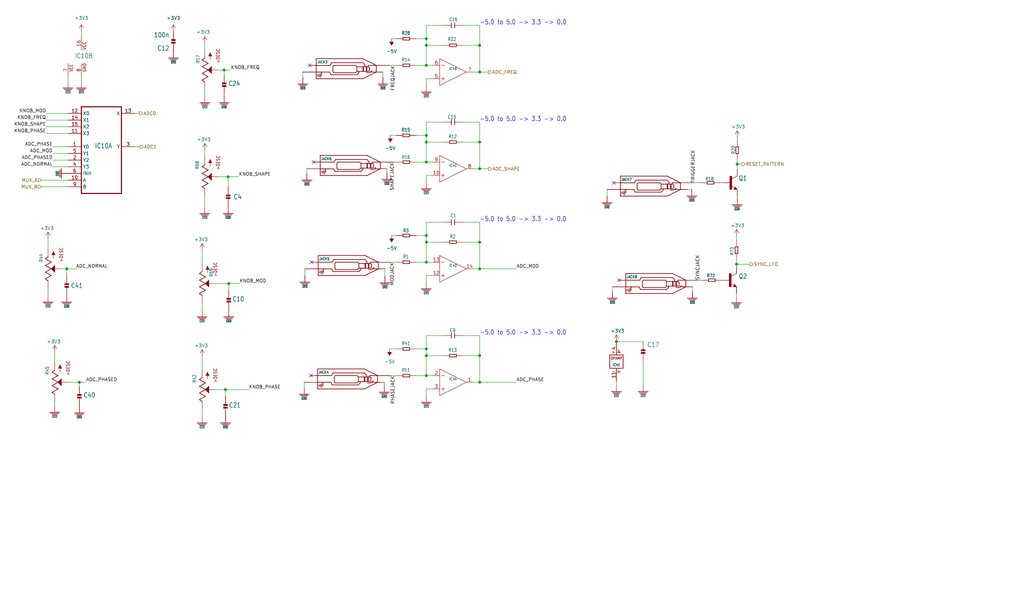
<source format=kicad_sch>
(kicad_sch (version 20211123) (generator eeschema)
  (paper "User" 389.865 229.616)
  (lib_symbols
    (symbol "TINRS - Wobbler (pico)sch-eagle-import:-NPN-SOT23-BEC"
      (property "Reference" "T" (at -10.16 7.62 0))
      (property "Value" "-NPN-SOT23-BEC" (at -10.16 5.08 0))
      (symbol "-NPN-SOT23-BEC_1_0"
        (pin passive line (at -2.54 0 0) (length 2.54) (name "B") (number "B"))
        (pin passive line (at 2.54 5.08 270) (length 2.54) (name "C") (number "C"))
        (pin passive line (at 2.54 -5.08 90) (length 2.54) (name "E") (number "E"))
      )
    )
    (symbol "TINRS - Wobbler (pico)sch-eagle-import:4052D"
      (property "Reference" "IC" (at -2.54 -0.635 0))
      (symbol "4052D_1_0"
        (pin bidirectional line (at -12.7 0 0) (length 5.08) (name "Y0") (number "1"))
        (pin input line (at -12.7 -12.7 0) (length 5.08) (name "A") (number "10"))
        (pin bidirectional line (at -12.7 5.08 0) (length 5.08) (name "X3") (number "11"))
        (pin bidirectional line (at -12.7 12.7 0) (length 5.08) (name "X0") (number "12"))
        (pin bidirectional line (at 12.7 12.7 180) (length 5.08) (name "X") (number "13"))
        (pin bidirectional line (at -12.7 10.16 0) (length 5.08) (name "X1") (number "14"))
        (pin bidirectional line (at -12.7 7.62 0) (length 5.08) (name "X2") (number "15"))
        (pin bidirectional line (at -12.7 -5.08 0) (length 5.08) (name "Y2") (number "2"))
        (pin bidirectional line (at 12.7 0 180) (length 5.08) (name "Y") (number "3"))
        (pin bidirectional line (at -12.7 -7.62 0) (length 5.08) (name "Y3") (number "4"))
        (pin bidirectional line (at -12.7 -2.54 0) (length 5.08) (name "Y1") (number "5"))
        (pin input line (at -12.7 -10.16 0) (length 5.08) (name "INH") (number "6"))
        (pin input line (at -12.7 -15.24 0) (length 5.08) (name "B") (number "9"))
      )
      (symbol "4052D_2_0"
        (text "GND" (at 1.905 -5.842 900) (effects (font (size 1.27 1.0795)) (justify left bottom)))
        (text "VCC" (at 1.905 2.54 900) (effects (font (size 1.27 1.0795)) (justify left bottom)))
        (text "VEE" (at -3.175 -5.842 900) (effects (font (size 1.27 1.0795)) (justify left bottom)))
        (pin power_in line (at 0 7.62 270) (length 5.08) (name "VCC") (number "16"))
        (pin power_in line (at -5.08 -7.62 90) (length 5.08) (name "VEE") (number "7"))
        (pin power_in line (at 0 -7.62 90) (length 5.08) (name "GND") (number "8"))
      )
    )
    (symbol "TINRS - Wobbler (pico)sch-eagle-import:AUDIO-JACK_SMALLSYMBOL"
      (property "Reference" "JACK" (at -1.27 -9.906 90))
      (symbol "AUDIO-JACK_SMALLSYMBOL_1_0"
        (pin bidirectional line (at 2.54 -15.24 90) (length 5.08) (name "RING") (number "RING"))
        (pin bidirectional line (at 0 -12.7 90) (length 2.54) (name "SECOND") (number "SECOND"))
        (pin bidirectional line (at 2.54 15.24 270) (length 2.54) (name "SWITCH") (number "SWITCH"))
        (pin bidirectional line (at 0 17.78 270) (length 5.08) (name "TIP") (number "TIP"))
      )
    )
    (symbol "TINRS - Wobbler (pico)sch-eagle-import:C-0603"
      (property "Reference" "C" (at -3.81 0 0))
      (property "Value" "C-0603" (at 0 0 0))
      (symbol "C-0603_1_0"
        (pin passive line (at -3.81 0 0) (length 2.54) (name "1") (number "1"))
        (pin passive line (at 3.81 0 180) (length 2.54) (name "2") (number "2"))
      )
    )
    (symbol "TINRS - Wobbler (pico)sch-eagle-import:C-EUC0402"
      (property "Reference" "C" (at 1.524 0.381 0))
      (property "Value" "C-EUC0402" (at 1.524 -4.699 0))
      (symbol "C-EUC0402_1_0"
        (pin passive line (at 0 2.54 270) (length 2.54) (name "1") (number "1"))
        (pin passive line (at 0 -5.08 90) (length 2.54) (name "2") (number "2"))
      )
    )
    (symbol "TINRS - Wobbler (pico)sch-eagle-import:GND" (power)
      (property "Value" "GND" (at 0 -1.27 0))
      (symbol "GND_1_0"
        (pin power_in line (at 0 2.54 270) (length 2.54) (name "GND") (number "1"))
      )
    )
    (symbol "TINRS - Wobbler (pico)sch-eagle-import:MCP6004"
      (property "Reference" "IC" (at 0 -1.27 0))
      (symbol "MCP6004_1_0"
        (pin output line (at 7.62 0 180) (length 2.54) (name "OUT") (number "1"))
        (pin input line (at -7.62 -2.54 0) (length 2.54) (name "-IN") (number "2"))
        (pin input line (at -7.62 2.54 0) (length 2.54) (name "+IN") (number "3"))
      )
      (symbol "MCP6004_2_0"
        (pin input line (at -7.62 2.54 0) (length 2.54) (name "+IN") (number "5"))
        (pin input line (at -7.62 -2.54 0) (length 2.54) (name "-IN") (number "6"))
        (pin output line (at 7.62 0 180) (length 2.54) (name "OUT") (number "7"))
      )
      (symbol "MCP6004_3_0"
        (pin input line (at -7.62 2.54 0) (length 2.54) (name "+IN") (number "10"))
        (pin output line (at 7.62 0 180) (length 2.54) (name "OUT") (number "8"))
        (pin input line (at -7.62 -2.54 0) (length 2.54) (name "-IN") (number "9"))
      )
      (symbol "MCP6004_4_0"
        (pin input line (at -7.62 2.54 0) (length 2.54) (name "+IN") (number "12"))
        (pin input line (at -7.62 -2.54 0) (length 2.54) (name "-IN") (number "13"))
        (pin output line (at 7.62 0 180) (length 2.54) (name "OUT") (number "14"))
      )
      (symbol "MCP6004_5_0"
        (text "+" (at -1.905 4.445 0) (effects (font (size 1.27 1.0795)) (justify left top)))
        (text "+" (at 1.905 4.445 0) (effects (font (size 1.27 1.0795)) (justify right top)))
        (text "-" (at -1.905 -4.445 0) (effects (font (size 1.27 1.0795)) (justify left bottom)))
        (text "-" (at 1.905 -4.445 0) (effects (font (size 1.27 1.0795)) (justify right bottom)))
        (text "OPAMP" (at 0 1.27 0) (effects (font (size 1.016 0.8636))))
        (text "V+" (at 1.27 3.175 900) (effects (font (size 0.8128 0.6908)) (justify left bottom)))
        (text "V-" (at 1.27 -4.445 900) (effects (font (size 0.8128 0.6908)) (justify left bottom)))
        (pin power_in line (at 0 -7.62 90) (length 5.08) (name "V-") (number "11"))
        (pin power_in line (at 0 7.62 270) (length 5.08) (name "V+") (number "4"))
      )
    )
    (symbol "TINRS - Wobbler (pico)sch-eagle-import:POTSQUAREHOLE_SMALLKNOB"
      (property "Reference" "P" (at 2.794 -2.54 90))
      (property "Value" "POTSQUAREHOLE_SMALLKNOB" (at -1.397 0 90))
      (symbol "POTSQUAREHOLE_SMALLKNOB_1_0"
        (text ">DESC" (at 4.318 -2.54 900) (effects (font (size 1.27 1.0795)) (justify right top)))
        (pin passive line (at 0 7.62 270) (length 2.54) (name "E") (number "P$1"))
        (pin passive line (at 5.08 0 180) (length 2.54) (name "S") (number "P$2"))
        (pin passive line (at 0 -7.62 90) (length 2.54) (name "A") (number "P$3"))
      )
    )
    (symbol "TINRS - Wobbler (pico)sch-eagle-import:R-0603"
      (property "Reference" "R" (at -3.81 0 0))
      (property "Value" "R-0603" (at 2.54 0 0))
      (symbol "R-0603_1_0"
        (pin passive line (at -3.81 0 0) (length 2.54) (name "1") (number "1"))
        (pin passive line (at 3.81 0 180) (length 2.54) (name "2") (number "2"))
      )
    )
    (symbol "power:+3.3V" (power) (pin_names (offset 0))
      (property "Value" "+3.3V" (at 0 3.556 0))
      (symbol "+3.3V_1_1"
        (pin power_in line (at 0 0 90) (length 0) hide (name "+3V3") (number "1"))
      )
    )
    (symbol "power:-5V" (power) (pin_names (offset 0))
      (property "Value" "-5V" (at 0 3.81 0))
      (symbol "-5V_0_0"
        (pin power_in line (at 0 0 90) (length 0) hide (name "-5V") (number "1"))
      )
    )
  )
  (junction (at 162.306 51.562))
  (junction (at 182.626 54.102))
  (junction (at 30.226 145.542))
  (junction (at 85.344 26.67))
  (junction (at 162.306 92.202))
  (junction (at 162.306 14.732))
  (junction (at 162.306 143.002))
  (junction (at 280.67 62.484))
  (junction (at 182.626 135.382))
  (junction (at 162.306 24.892))
  (junction (at 85.852 148.336))
  (junction (at 25.4 102.362))
  (junction (at 182.626 102.362))
  (junction (at 87.122 107.95))
  (junction (at 162.306 89.662))
  (junction (at 182.626 27.432))
  (junction (at 182.626 17.272))
  (junction (at 182.626 64.262))
  (junction (at 162.306 132.842))
  (junction (at 162.306 54.102))
  (junction (at 86.868 67.31))
  (junction (at 182.626 145.542))
  (junction (at 234.696 130.048))
  (junction (at 162.306 99.822))
  (junction (at 182.626 92.202))
  (junction (at 162.306 17.272))
  (junction (at 162.306 135.382))
  (junction (at 280.416 100.584))
  (junction (at 162.306 61.722))
  (no_connect (at 119.38 61.722))
  (no_connect (at 117.856 24.892))
  (no_connect (at 118.618 99.822))
  (no_connect (at 118.364 143.002))
  (no_connect (at 233.68 69.596))
  (no_connect (at 235.712 106.68))
  (wire (pts (xy 150.876 99.822) (xy 149.098 99.822)))
  (wire (pts (xy 158.496 51.562) (xy 162.306 51.562)))
  (wire (pts (xy 263.652 109.22) (xy 263.652 110.998)))
  (wire (pts (xy 168.656 17.272) (xy 162.306 17.272)))
  (wire (pts (xy 158.496 61.722) (xy 162.306 61.722)))
  (wire (pts (xy 116.078 104.902) (xy 116.078 102.362)))
  (wire (pts (xy 274.32 69.596) (xy 275.59 69.596)))
  (wire (pts (xy 20.828 134.112) (xy 20.828 137.922)))
  (wire (pts (xy 162.306 17.272) (xy 162.306 24.892)))
  (wire (pts (xy 23.368 102.362) (xy 25.4 102.362)))
  (wire (pts (xy 182.626 46.482) (xy 182.626 54.102)))
  (wire (pts (xy 176.276 17.272) (xy 182.626 17.272)))
  (wire (pts (xy 116.84 66.04) (xy 116.84 64.262)))
  (wire (pts (xy 180.086 64.262) (xy 182.626 64.262)))
  (wire (pts (xy 182.626 64.262) (xy 185.928 64.262)))
  (wire (pts (xy 162.306 14.732) (xy 162.306 17.272)))
  (wire (pts (xy 244.856 130.048) (xy 234.696 130.048)))
  (wire (pts (xy 162.306 135.382) (xy 162.306 143.002)))
  (wire (pts (xy 176.276 92.202) (xy 182.626 92.202)))
  (wire (pts (xy 25.908 43.18) (xy 17.526 43.18)))
  (wire (pts (xy 30.226 147.066) (xy 30.226 145.542)))
  (wire (pts (xy 148.336 24.892) (xy 150.876 24.892)))
  (wire (pts (xy 182.626 84.582) (xy 182.626 92.202)))
  (wire (pts (xy 25.908 48.26) (xy 17.526 48.26)))
  (wire (pts (xy 25.4 102.362) (xy 28.956 102.362)))
  (wire (pts (xy 162.306 127.762) (xy 162.306 132.842)))
  (wire (pts (xy 164.846 148.082) (xy 162.306 148.082)))
  (wire (pts (xy 76.962 118.11) (xy 76.962 115.57)))
  (wire (pts (xy 25.908 71.12) (xy 15.748 71.12)))
  (wire (pts (xy 162.306 54.102) (xy 162.306 61.722)))
  (wire (pts (xy 25.908 55.88) (xy 20.066 55.88)))
  (wire (pts (xy 168.656 92.202) (xy 162.306 92.202)))
  (wire (pts (xy 86.868 67.31) (xy 90.932 67.31)))
  (wire (pts (xy 20.828 154.432) (xy 20.828 153.162)))
  (wire (pts (xy 86.868 71.12) (xy 86.868 67.31)))
  (wire (pts (xy 176.276 84.582) (xy 182.626 84.582)))
  (wire (pts (xy 87.122 110.49) (xy 87.122 107.95)))
  (wire (pts (xy 148.59 51.562) (xy 150.876 51.562)))
  (wire (pts (xy 182.626 17.272) (xy 182.626 27.432)))
  (wire (pts (xy 149.098 14.732) (xy 150.876 14.732)))
  (wire (pts (xy 162.306 24.892) (xy 164.846 24.892)))
  (wire (pts (xy 182.626 27.432) (xy 185.928 27.432)))
  (wire (pts (xy 146.558 102.362) (xy 146.558 105.156)))
  (wire (pts (xy 30.988 30.988) (xy 30.988 29.21)))
  (wire (pts (xy 76.962 158.496) (xy 76.962 155.956)))
  (wire (pts (xy 25.908 145.542) (xy 30.226 145.542)))
  (wire (pts (xy 87.122 107.95) (xy 91.186 107.95)))
  (wire (pts (xy 83.058 26.67) (xy 85.344 26.67)))
  (wire (pts (xy 168.656 9.652) (xy 162.306 9.652)))
  (wire (pts (xy 149.098 89.662) (xy 150.876 89.662)))
  (wire (pts (xy 280.67 62.484) (xy 280.67 60.96)))
  (wire (pts (xy 158.496 143.002) (xy 162.306 143.002)))
  (wire (pts (xy 25.908 58.42) (xy 20.066 58.42)))
  (wire (pts (xy 85.344 36.576) (xy 85.344 36.068)))
  (wire (pts (xy 280.416 100.584) (xy 280.416 101.6)))
  (wire (pts (xy 266.7 69.596) (xy 264.16 69.596)))
  (wire (pts (xy 162.306 132.842) (xy 162.306 135.382)))
  (wire (pts (xy 162.306 29.972) (xy 164.846 29.972)))
  (wire (pts (xy 162.306 99.822) (xy 164.846 99.822)))
  (wire (pts (xy 145.796 29.464) (xy 145.796 27.432)))
  (wire (pts (xy 162.306 92.202) (xy 162.306 99.822)))
  (wire (pts (xy 150.876 143.002) (xy 148.844 143.002)))
  (wire (pts (xy 168.656 135.382) (xy 162.306 135.382)))
  (wire (pts (xy 244.856 137.668) (xy 244.856 146.558)))
  (wire (pts (xy 274.828 106.68) (xy 275.336 106.68)))
  (wire (pts (xy 18.288 90.932) (xy 18.288 94.742)))
  (wire (pts (xy 231.14 72.136) (xy 231.14 74.676)))
  (wire (pts (xy 83.058 67.31) (xy 86.868 67.31)))
  (wire (pts (xy 158.496 132.842) (xy 162.306 132.842)))
  (wire (pts (xy 168.656 46.482) (xy 162.306 46.482)))
  (wire (pts (xy 18.288 112.522) (xy 18.288 109.982)))
  (wire (pts (xy 25.908 63.5) (xy 20.066 63.5)))
  (wire (pts (xy 162.306 9.652) (xy 162.306 14.732)))
  (wire (pts (xy 158.496 14.732) (xy 162.306 14.732)))
  (wire (pts (xy 162.306 84.582) (xy 162.306 89.662)))
  (wire (pts (xy 30.988 11.938) (xy 30.988 13.97)))
  (wire (pts (xy 176.276 54.102) (xy 182.626 54.102)))
  (wire (pts (xy 115.316 29.464) (xy 115.316 27.432)))
  (wire (pts (xy 25.908 50.8) (xy 17.526 50.8)))
  (wire (pts (xy 182.626 145.542) (xy 196.596 145.542)))
  (wire (pts (xy 280.67 53.34) (xy 280.67 52.324)))
  (wire (pts (xy 162.306 143.002) (xy 164.846 143.002)))
  (wire (pts (xy 85.344 28.448) (xy 85.344 26.67)))
  (wire (pts (xy 234.696 146.558) (xy 234.696 145.288)))
  (wire (pts (xy 25.4 104.902) (xy 25.4 102.362)))
  (wire (pts (xy 162.306 148.082) (xy 162.306 150.622)))
  (wire (pts (xy 158.496 24.892) (xy 162.306 24.892)))
  (wire (pts (xy 149.86 61.722) (xy 150.876 61.722)))
  (wire (pts (xy 77.978 36.576) (xy 77.978 34.29)))
  (wire (pts (xy 162.306 61.722) (xy 164.846 61.722)))
  (wire (pts (xy 162.306 51.562) (xy 162.306 54.102)))
  (wire (pts (xy 168.656 54.102) (xy 162.306 54.102)))
  (wire (pts (xy 158.496 99.822) (xy 162.306 99.822)))
  (wire (pts (xy 147.32 64.262) (xy 147.32 65.786)))
  (wire (pts (xy 267.208 106.68) (xy 266.192 106.68)))
  (wire (pts (xy 25.908 60.96) (xy 20.066 60.96)))
  (wire (pts (xy 176.276 127.762) (xy 182.626 127.762)))
  (wire (pts (xy 280.416 111.76) (xy 280.416 112.776)))
  (wire (pts (xy 85.852 150.876) (xy 85.852 148.336)))
  (wire (pts (xy 77.978 57.15) (xy 77.978 59.69)))
  (wire (pts (xy 162.306 29.972) (xy 162.306 32.512)))
  (wire (pts (xy 51.308 43.18) (xy 53.086 43.18)))
  (wire (pts (xy 176.276 135.382) (xy 182.626 135.382)))
  (wire (pts (xy 146.304 145.542) (xy 146.304 146.812)))
  (wire (pts (xy 158.496 89.662) (xy 162.306 89.662)))
  (wire (pts (xy 280.67 62.484) (xy 282.448 62.484)))
  (wire (pts (xy 182.626 135.382) (xy 182.626 145.542)))
  (wire (pts (xy 76.962 95.25) (xy 76.962 100.33)))
  (wire (pts (xy 25.908 68.58) (xy 15.748 68.58)))
  (wire (pts (xy 82.042 107.95) (xy 87.122 107.95)))
  (wire (pts (xy 182.626 102.362) (xy 196.596 102.362)))
  (wire (pts (xy 51.308 55.88) (xy 53.34 55.88)))
  (wire (pts (xy 162.306 46.482) (xy 162.306 51.562)))
  (wire (pts (xy 180.086 27.432) (xy 182.626 27.432)))
  (wire (pts (xy 115.824 147.574) (xy 115.824 145.542)))
  (wire (pts (xy 182.626 127.762) (xy 182.626 135.382)))
  (wire (pts (xy 261.62 72.136) (xy 263.398 72.136)))
  (wire (pts (xy 176.276 9.652) (xy 182.626 9.652)))
  (wire (pts (xy 25.908 45.72) (xy 17.526 45.72)))
  (wire (pts (xy 233.172 109.22) (xy 233.172 110.998)))
  (wire (pts (xy 30.226 145.542) (xy 32.766 145.542)))
  (wire (pts (xy 280.67 74.676) (xy 280.67 75.438)))
  (wire (pts (xy 162.306 66.802) (xy 164.846 66.802)))
  (wire (pts (xy 162.306 66.802) (xy 162.306 69.342)))
  (wire (pts (xy 176.276 46.482) (xy 182.626 46.482)))
  (wire (pts (xy 182.626 92.202) (xy 182.626 102.362)))
  (wire (pts (xy 82.042 148.336) (xy 85.852 148.336)))
  (wire (pts (xy 182.626 102.362) (xy 180.086 102.362)))
  (wire (pts (xy 182.626 54.102) (xy 182.626 64.262)))
  (wire (pts (xy 77.978 16.51) (xy 77.978 19.05)))
  (wire (pts (xy 168.656 84.582) (xy 162.306 84.582)))
  (wire (pts (xy 182.626 145.542) (xy 180.086 145.542)))
  (wire (pts (xy 280.416 100.584) (xy 285.496 100.584)))
  (wire (pts (xy 85.344 26.67) (xy 87.884 26.67)))
  (wire (pts (xy 182.626 9.652) (xy 182.626 17.272)))
  (wire (pts (xy 85.852 148.336) (xy 94.742 148.336)))
  (wire (pts (xy 25.908 30.988) (xy 25.908 29.21)))
  (wire (pts (xy 164.846 104.902) (xy 162.306 104.902)))
  (wire (pts (xy 280.67 64.516) (xy 280.67 62.484)))
  (wire (pts (xy 168.656 127.762) (xy 162.306 127.762)))
  (wire (pts (xy 162.306 104.902) (xy 162.306 107.442)))
  (wire (pts (xy 148.336 132.842) (xy 150.876 132.842)))
  (wire (pts (xy 76.962 135.636) (xy 76.962 140.716)))
  (wire (pts (xy 162.306 89.662) (xy 162.306 92.202)))
  (wire (pts (xy 280.416 91.44) (xy 280.416 89.916)))
  (wire (pts (xy 280.416 100.584) (xy 280.416 99.06)))
  (wire (pts (xy 77.978 78.74) (xy 77.978 74.93)))
  (text "-5.0 to 5.0 -> 3.3 -> 0.0" (at 182.626 9.652 180) (effects (font (size 1.778 1.5113)) (justify left bottom)))
  (text "-5.0 to 5.0 -> 3.3 -> 0.0" (at 182.626 84.582 180) (effects (font (size 1.778 1.5113)) (justify left bottom)))
  (text "-5.0 to 5.0 -> 3.3 -> 0.0" (at 182.626 46.482 180) (effects (font (size 1.778 1.5113)) (justify left bottom)))
  (text "-5.0 to 5.0 -> 3.3 -> 0.0" (at 182.626 127.762 180) (effects (font (size 1.778 1.5113)) (justify left bottom)))
  (label "KNOB_PHASE" (at 17.526 50.8 180) (effects (font (size 1.2446 1.2446))))
  (label "KNOB_PHASE" (at 94.742 148.336 0) (effects (font (size 1.2446 1.2446))))
  (label "KNOB_SHAPE" (at 90.932 67.31 0) (effects (font (size 1.2446 1.2446))))
  (label "FREQJACK" (at 150.622 24.892 270))
  (label "ADC_NORMAL" (at 20.066 63.5 180) (effects (font (size 1.2446 1.2446))))
  (label "PHASEJACK" (at 150.622 143.002 270))
  (label "SYNCJACK" (at 266.7 106.68 90))
  (label "ADC_PHASED" (at 20.066 60.96 180) (effects (font (size 1.2446 1.2446))))
  (label "MODJACK" (at 150.368 99.822 270))
  (label "ADC_PHASED" (at 32.766 145.542 0) (effects (font (size 1.2446 1.2446))))
  (label "KNOB_MOD" (at 17.526 43.18 180) (effects (font (size 1.2446 1.2446))))
  (label "ADC_MOD" (at 20.066 58.42 180) (effects (font (size 1.2446 1.2446))))
  (label "KNOB_SHAPE" (at 17.526 48.26 180) (effects (font (size 1.2446 1.2446))))
  (label "ADC_MOD" (at 196.596 102.362 0) (effects (font (size 1.2446 1.2446))))
  (label "KNOB_FREQ" (at 17.526 45.72 180) (effects (font (size 1.2446 1.2446))))
  (label "ADC_PHASE" (at 196.596 145.542 0) (effects (font (size 1.2446 1.2446))))
  (label "TRIGGERJACK" (at 264.922 69.596 90))
  (label "KNOB_MOD" (at 91.186 107.95 0) (effects (font (size 1.2446 1.2446))))
  (label "ADC_NORMAL" (at 28.956 102.362 0) (effects (font (size 1.2446 1.2446))))
  (label "KNOB_FREQ" (at 87.884 26.67 0) (effects (font (size 1.2446 1.2446))))
  (label "ADC_PHASE" (at 20.066 55.88 180) (effects (font (size 1.2446 1.2446))))
  (label "SHAPEJACK" (at 150.368 61.722 270))
  (hierarchical_label "MUX_A" (shape input) (at 15.748 68.58 180) (effects (font (size 1.2446 1.2446))))
  (hierarchical_label "SYNC_LFO" (shape output) (at 285.496 100.584 0) (effects (font (size 1.2446 1.2446))))
  (hierarchical_label "RESET_PATTERN" (shape output) (at 282.448 62.484 0) (effects (font (size 1.2446 1.2446))))
  (hierarchical_label "ADC_SHAPE" (shape output) (at 185.928 64.262 0) (effects (font (size 1.2446 1.2446))))
  (hierarchical_label "ADC_FREQ" (shape output) (at 185.928 27.432 0) (effects (font (size 1.2446 1.2446))))
  (hierarchical_label "ADC0" (shape output) (at 53.086 43.18 0) (effects (font (size 1.2446 1.2446))))
  (hierarchical_label "MUX_B" (shape input) (at 15.748 71.12 180) (effects (font (size 1.2446 1.2446))))
  (hierarchical_label "ADC1" (shape output) (at 53.34 55.88 0) (effects (font (size 1.2446 1.2446))))
  (symbol (lib_id "TINRS - Wobbler (pico)sch-eagle-import:GND") (at 147.32 68.326 0) (unit 1)
    (property "Reference" "#GND0135" (effects hide))
    (property "Value" "GND" (at 147.32 69.596 0) (effects (font (size 0.762 0.6477)) (justify top)))
  )
  (symbol (lib_id "TINRS - Wobbler (pico)sch-eagle-import:GND") (at 162.306 71.882 0) (unit 1)
    (property "Reference" "#GND03" (effects hide))
    (property "Value" "GND" (at 162.306 73.152 0) (effects (font (size 0.762 0.6477)) (justify top)))
  )
  (symbol (lib_id "TINRS - Wobbler (pico)sch-eagle-import:GND") (at 25.4 115.062 0) (unit 1)
    (property "Reference" "#GND022" (effects hide))
    (property "Value" "GND" (at 25.4 116.332 0) (effects (font (size 0.762 0.6477)) (justify top)))
  )
  (symbol (lib_id "power:-5V") (at 148.336 132.842 180) (unit 1)
    (property "Reference" "#PWR0115" (effects hide))
    (property "Value" "-5V" (at 148.336 137.668 0))
  )
  (symbol (lib_id "TINRS - Wobbler (pico)sch-eagle-import:-NPN-SOT23-BEC") (at 277.876 106.68 0) (unit 1)
    (property "Reference" "Q2" (at 281.178 106.172 0) (effects (font (size 1.778 1.5113)) (justify left bottom)))
    (property "Value" "MMBT3904" (at 281.178 109.22 0) (effects (font (size 1.778 1.5113)) (justify left bottom)))
    (property "Footprint" "TINRS - Wobbler (pico)sch:SOT23-BEC" (effects hide))
    (property "Value" "2336795" (effects hide))
  )
  (symbol (lib_id "TINRS - Wobbler (pico)sch-eagle-import:MCP6004") (at 172.466 64.262 0) (mirror x) (unit 3)
    (property "Reference" "IC4" (at 172.466 62.992 0) (effects (font (size 1.016 0.8636))))
    (property "Value" "MCP6004" (effects hide))
    (property "Footprint" "SO14" (effects hide))
    (property "Value" "1605572" (effects hide))
  )
  (symbol (lib_id "TINRS - Wobbler (pico)sch-eagle-import:GND") (at 263.398 74.676 0) (unit 1)
    (property "Reference" "#GND0141" (effects hide))
    (property "Value" "GND" (at 263.398 75.946 0) (effects (font (size 0.762 0.6477)) (justify top)))
  )
  (symbol (lib_id "TINRS - Wobbler (pico)sch-eagle-import:R-0603") (at 154.686 61.722 180) (unit 1)
    (property "Reference" "R16" (at 156.21 59.182 0) (effects (font (size 1.27 1.0795)) (justify left bottom)))
    (property "Value" "100k" (at 156.972 62.484 0) (effects (font (size 1.27 1.0795)) (justify left bottom)))
    (property "Footprint" "R0603" (effects hide))
    (property "Value" "unknown" (effects hide))
  )
  (symbol (lib_id "TINRS - Wobbler (pico)sch-eagle-import:GND") (at 20.828 156.972 0) (mirror y) (unit 1)
    (property "Reference" "#GND050" (effects hide))
    (property "Value" "GND" (at 20.828 158.242 0) (effects (font (size 0.762 0.6477)) (justify top)))
  )
  (symbol (lib_id "TINRS - Wobbler (pico)sch-eagle-import:GND") (at 23.368 66.04 270) (unit 1)
    (property "Reference" "#GND0117" (effects hide))
    (property "Value" "GND" (at 22.098 66.04 0) (effects (font (size 0.762 0.6477)) (justify top)))
  )
  (symbol (lib_id "TINRS - Wobbler (pico)sch-eagle-import:MCP6004") (at 172.466 102.362 0) (mirror x) (unit 4)
    (property "Reference" "IC4" (at 172.466 101.092 0) (effects (font (size 1.016 0.8636))))
    (property "Value" "MCP6004" (effects hide))
    (property "Footprint" "SO14" (effects hide))
    (property "Value" "1605572" (effects hide))
  )
  (symbol (lib_id "power:-5V") (at 149.098 14.732 180) (unit 1)
    (property "Reference" "#PWR0107" (effects hide))
    (property "Value" "-5V" (at 149.098 19.558 0))
  )
  (symbol (lib_id "TINRS - Wobbler (pico)sch-eagle-import:GND") (at 244.856 149.098 0) (unit 1)
    (property "Reference" "#GND091" (effects hide))
    (property "Value" "GND" (at 244.856 150.368 0) (effects (font (size 0.762 0.6477)) (justify top)))
  )
  (symbol (lib_id "TINRS - Wobbler (pico)sch-eagle-import:R-0603") (at 154.686 14.732 180) (unit 1)
    (property "Reference" "R28" (at 156.21 11.938 0) (effects (font (size 1.27 1.0795)) (justify left bottom)))
    (property "Value" "100k" (at 156.464 15.748 0) (effects (font (size 1.27 1.0795)) (justify left bottom)))
    (property "Footprint" "R0603" (effects hide))
    (property "Value" "unknown" (effects hide))
  )
  (symbol (lib_id "TINRS - Wobbler (pico)sch-eagle-import:POTSQUAREHOLE_SMALLKNOB") (at 77.978 67.31 0) (mirror x) (unit 1)
    (property "Reference" "R68" (at 74.422 64.516 90) (effects (font (size 1.27 1.0795)) (justify right top)))
    (property "Value" "10kB" (at 76.581 67.31 90) (effects (font (size 1.27 1.0795)) (justify bottom)))
    (property "Footprint" "ALPS_POT_SQUAREHOLES" (effects hide))
    (property "Value" "unknown" (effects hide))
  )
  (symbol (lib_id "TINRS - Wobbler (pico)sch-eagle-import:4052D") (at 38.608 55.88 0) (unit 1)
    (property "Reference" "IC10" (at 36.068 56.515 0) (effects (font (size 1.778 1.5113)) (justify left bottom)))
    (property "Value" "4052D" (effects hide))
    (property "Footprint" "SO16" (effects hide))
  )
  (symbol (lib_id "TINRS - Wobbler (pico)sch-eagle-import:4052D") (at 30.988 21.59 0) (unit 2)
    (property "Reference" "IC10" (at 28.448 22.225 0) (effects (font (size 1.778 1.5113)) (justify left bottom)))
    (property "Value" "4052D" (effects hide))
    (property "Footprint" "SO16" (effects hide))
  )
  (symbol (lib_id "TINRS - Wobbler (pico)sch-eagle-import:GND") (at 162.306 153.162 0) (unit 1)
    (property "Reference" "#GND02" (effects hide))
    (property "Value" "GND" (at 162.306 154.432 0) (effects (font (size 0.762 0.6477)) (justify top)))
  )
  (symbol (lib_id "TINRS - Wobbler (pico)sch-eagle-import:AUDIO-JACK_SMALLSYMBOL") (at 246.38 69.596 270) (unit 1)
    (property "Reference" "JACK7" (at 236.474 68.326 90) (effects (font (size 1.016 0.8636)) (justify left)))
    (property "Value" "AUDIO-JACK_SMALLSYMBOL" (effects hide))
    (property "Footprint" "3.5MM-JACK-SWITCH-13MM-NOHOLES-TESTPAD" (effects hide))
    (property "Value" "AUDIO-JACK_SMALLSYMBOL" (effects hide))
  )
  (symbol (lib_id "TINRS - Wobbler (pico)sch-eagle-import:GND") (at 115.824 150.114 0) (unit 1)
    (property "Reference" "#GND0137" (effects hide))
    (property "Value" "GND" (at 115.824 151.384 0) (effects (font (size 0.762 0.6477)) (justify top)))
  )
  (symbol (lib_id "TINRS - Wobbler (pico)sch-eagle-import:AUDIO-JACK_SMALLSYMBOL") (at 131.064 143.002 270) (unit 1)
    (property "Reference" "JACK4" (at 121.158 141.732 90) (effects (font (size 1.016 0.8636)) (justify left)))
    (property "Value" "AUDIO-JACK_SMALLSYMBOL" (effects hide))
    (property "Footprint" "3.5MM-JACK-SWITCH-13MM-NOHOLES-TESTPAD" (effects hide))
    (property "Value" "AUDIO-JACK_SMALLSYMBOL" (effects hide))
  )
  (symbol (lib_id "TINRS - Wobbler (pico)sch-eagle-import:C-EUC0402") (at 25.4 107.442 0) (unit 1)
    (property "Reference" "C41" (at 26.924 109.728 0) (effects (font (size 1.778 1.5113)) (justify left bottom)))
    (property "Value" "100nF" (at 26.924 112.141 0) (effects (font (size 1.778 1.5113)) (justify left bottom)))
    (property "Footprint" "C0402" (effects hide))
    (property "Value" "1759017" (effects hide))
  )
  (symbol (lib_id "TINRS - Wobbler (pico)sch-eagle-import:GND") (at 162.306 109.982 0) (unit 1)
    (property "Reference" "#GND09" (effects hide))
    (property "Value" "GND" (at 162.306 111.252 0) (effects (font (size 0.762 0.6477)) (justify top)))
  )
  (symbol (lib_id "power:+3.3V") (at 280.416 89.916 0) (unit 1)
    (property "Reference" "#PWR0119" (effects hide))
    (property "Value" "+3.3V" (at 283.464 85.852 0) (effects (justify right)))
  )
  (symbol (lib_id "TINRS - Wobbler (pico)sch-eagle-import:C-EUC0402") (at 244.856 132.588 0) (unit 1)
    (property "Reference" "C17" (at 246.38 132.207 0) (effects (font (size 1.778 1.5113)) (justify left bottom)))
    (property "Value" "100nF" (at 246.38 137.287 0) (effects (font (size 1.778 1.5113)) (justify left bottom)))
    (property "Footprint" "C0402" (effects hide))
    (property "Value" "1759017" (effects hide))
  )
  (symbol (lib_id "TINRS - Wobbler (pico)sch-eagle-import:POTSQUAREHOLE_SMALLKNOB") (at 76.962 107.95 0) (mirror x) (unit 1)
    (property "Reference" "R69" (at 79.756 105.41 90) (effects (font (size 1.27 1.0795)) (justify right top)))
    (property "Value" "10kB" (at 75.565 107.95 90) (effects (font (size 1.27 1.0795)) (justify bottom)))
    (property "Footprint" "ALPS_POT_SQUAREHOLES" (effects hide))
    (property "Value" "unknown" (effects hide))
  )
  (symbol (lib_id "TINRS - Wobbler (pico)sch-eagle-import:GND") (at 162.306 35.052 0) (unit 1)
    (property "Reference" "#GND076" (effects hide))
    (property "Value" "GND" (at 162.306 36.322 0) (effects (font (size 0.762 0.6477)) (justify top)))
  )
  (symbol (lib_id "TINRS - Wobbler (pico)sch-eagle-import:GND") (at 85.344 39.116 0) (unit 1)
    (property "Reference" "#GND086" (effects hide))
    (property "Value" "GND" (at 85.344 40.386 0) (effects (font (size 0.762 0.6477)) (justify top)))
  )
  (symbol (lib_id "power:+3.3V") (at 66.04 11.938 0) (unit 1)
    (property "Reference" "#PWR0110" (effects hide))
    (property "Value" "+3.3V" (at 66.04 6.858 0))
  )
  (symbol (lib_id "TINRS - Wobbler (pico)sch-eagle-import:R-0603") (at 154.686 143.002 180) (unit 1)
    (property "Reference" "R11" (at 156.21 140.208 0) (effects (font (size 1.27 1.0795)) (justify left bottom)))
    (property "Value" "100k" (at 156.718 143.764 0) (effects (font (size 1.27 1.0795)) (justify left bottom)))
    (property "Footprint" "R0603" (effects hide))
    (property "Value" "unknown" (effects hide))
  )
  (symbol (lib_id "TINRS - Wobbler (pico)sch-eagle-import:GND") (at 231.14 77.216 0) (unit 1)
    (property "Reference" "#GND0142" (effects hide))
    (property "Value" "GND" (at 231.14 78.486 0) (effects (font (size 0.762 0.6477)) (justify top)))
  )
  (symbol (lib_id "power:-5V") (at 148.59 51.562 180) (unit 1)
    (property "Reference" "#PWR0106" (effects hide))
    (property "Value" "-5V" (at 148.59 56.388 0))
  )
  (symbol (lib_id "TINRS - Wobbler (pico)sch-eagle-import:POTSQUAREHOLE_SMALLKNOB") (at 20.828 145.542 0) (mirror x) (unit 1)
    (property "Reference" "R45" (at 17.272 142.748 90) (effects (font (size 1.27 1.0795)) (justify right top)))
    (property "Value" "10kB" (at 19.431 145.542 90) (effects (font (size 1.27 1.0795)) (justify bottom)))
    (property "Footprint" "ALPS_POT_SQUAREHOLES" (effects hide))
    (property "Value" "unknown" (effects hide))
  )
  (symbol (lib_id "power:+3.3V") (at 20.828 134.112 0) (mirror y) (unit 1)
    (property "Reference" "#PWR0116" (effects hide))
    (property "Value" "+3.3V" (at 17.78 130.048 0) (effects (justify right)))
  )
  (symbol (lib_id "TINRS - Wobbler (pico)sch-eagle-import:C-0603") (at 172.466 9.652 0) (unit 1)
    (property "Reference" "C16" (at 170.942 8.128 0) (effects (font (size 1.27 1.0795)) (justify left bottom)))
    (property "Value" "3.3nF" (at 169.926 13.462 0) (effects (font (size 1.27 1.0795)) (justify left bottom)))
    (property "Footprint" "C0603" (effects hide))
    (property "Value" "unknown" (effects hide))
  )
  (symbol (lib_id "TINRS - Wobbler (pico)sch-eagle-import:GND") (at 280.416 115.316 0) (unit 1)
    (property "Reference" "#GND052" (effects hide))
    (property "Value" "GND" (at 280.416 116.586 0) (effects (font (size 0.762 0.6477)) (justify top)))
  )
  (symbol (lib_id "power:+3.3V") (at 76.962 135.636 0) (mirror y) (unit 1)
    (property "Reference" "#PWR0117" (effects hide))
    (property "Value" "+3.3V" (at 73.914 131.572 0) (effects (justify right)))
  )
  (symbol (lib_id "TINRS - Wobbler (pico)sch-eagle-import:GND") (at 76.962 120.65 0) (mirror y) (unit 1)
    (property "Reference" "#GND019" (effects hide))
    (property "Value" "GND" (at 76.962 121.92 0) (effects (font (size 0.762 0.6477)) (justify top)))
  )
  (symbol (lib_id "TINRS - Wobbler (pico)sch-eagle-import:R-0603") (at 154.686 99.822 180) (unit 1)
    (property "Reference" "R1" (at 155.702 97.028 0) (effects (font (size 1.27 1.0795)) (justify left bottom)))
    (property "Value" "100k" (at 156.718 100.838 0) (effects (font (size 1.27 1.0795)) (justify left bottom)))
    (property "Footprint" "R0603" (effects hide))
    (property "Value" "unknown" (effects hide))
  )
  (symbol (lib_id "TINRS - Wobbler (pico)sch-eagle-import:C-0603") (at 172.466 127.762 0) (unit 1)
    (property "Reference" "C9" (at 171.196 126.492 0) (effects (font (size 1.27 1.0795)) (justify left bottom)))
    (property "Value" "3.3nF" (at 170.434 131.064 0) (effects (font (size 1.27 1.0795)) (justify left bottom)))
    (property "Footprint" "C0603" (effects hide))
    (property "Value" "unknown" (effects hide))
  )
  (symbol (lib_id "power:+3.3V") (at 234.696 130.048 0) (unit 1)
    (property "Reference" "#PWR0118" (effects hide))
    (property "Value" "+3.3V" (at 237.744 125.984 0) (effects (justify right)))
  )
  (symbol (lib_id "TINRS - Wobbler (pico)sch-eagle-import:C-EUC0402") (at 86.868 73.66 0) (unit 1)
    (property "Reference" "C4" (at 88.9 75.946 0) (effects (font (size 1.778 1.5113)) (justify left bottom)))
    (property "Value" "100nF" (at 88.392 78.359 0) (effects (font (size 1.778 1.5113)) (justify left bottom)))
    (property "Footprint" "C0402" (effects hide))
    (property "Value" "1759017" (effects hide))
  )
  (symbol (lib_id "TINRS - Wobbler (pico)sch-eagle-import:GND") (at 145.796 32.004 0) (unit 1)
    (property "Reference" "#GND0131" (effects hide))
    (property "Value" "GND" (at 145.796 33.274 0) (effects (font (size 0.762 0.6477)) (justify top)))
  )
  (symbol (lib_id "TINRS - Wobbler (pico)sch-eagle-import:R-0603") (at 172.466 17.272 180) (unit 1)
    (property "Reference" "R22" (at 173.736 14.224 0) (effects (font (size 1.27 1.0795)) (justify left bottom)))
    (property "Value" "33k" (at 173.99 18.542 0) (effects (font (size 1.27 1.0795)) (justify left bottom)))
    (property "Footprint" "R0603" (effects hide))
    (property "Value" "unknown" (effects hide))
  )
  (symbol (lib_id "TINRS - Wobbler (pico)sch-eagle-import:GND") (at 25.908 33.528 0) (unit 1)
    (property "Reference" "#GND0113" (effects hide))
    (property "Value" "GND" (at 25.908 34.798 0) (effects (font (size 0.762 0.6477)) (justify top)))
  )
  (symbol (lib_id "TINRS - Wobbler (pico)sch-eagle-import:GND") (at 263.652 113.538 0) (unit 1)
    (property "Reference" "#GND0139" (effects hide))
    (property "Value" "GND" (at 263.652 114.808 0) (effects (font (size 0.762 0.6477)) (justify top)))
  )
  (symbol (lib_id "TINRS - Wobbler (pico)sch-eagle-import:POTSQUAREHOLE_SMALLKNOB") (at 18.288 102.362 0) (mirror x) (unit 1)
    (property "Reference" "R44" (at 14.986 99.822 90) (effects (font (size 1.27 1.0795)) (justify right top)))
    (property "Value" "10kB" (at 16.891 102.362 90) (effects (font (size 1.27 1.0795)) (justify bottom)))
    (property "Footprint" "ALPS_POT_SQUAREHOLES" (effects hide))
    (property "Value" "unknown" (effects hide))
  )
  (symbol (lib_id "TINRS - Wobbler (pico)sch-eagle-import:GND") (at 146.304 149.352 0) (unit 1)
    (property "Reference" "#GND0138" (effects hide))
    (property "Value" "GND" (at 146.304 150.622 0) (effects (font (size 0.762 0.6477)) (justify top)))
  )
  (symbol (lib_id "TINRS - Wobbler (pico)sch-eagle-import:C-0603") (at 172.466 46.482 0) (unit 1)
    (property "Reference" "C15" (at 170.434 45.212 0) (effects (font (size 1.27 1.0795)) (justify left bottom)))
    (property "Value" "3.3nF" (at 169.926 49.784 0) (effects (font (size 1.27 1.0795)) (justify left bottom)))
    (property "Footprint" "C0603" (effects hide))
    (property "Value" "unknown" (effects hide))
  )
  (symbol (lib_id "TINRS - Wobbler (pico)sch-eagle-import:R-0603") (at 172.466 92.202 180) (unit 1)
    (property "Reference" "R2" (at 173.482 89.408 0) (effects (font (size 1.27 1.0795)) (justify left bottom)))
    (property "Value" "33k" (at 173.736 93.218 0) (effects (font (size 1.27 1.0795)) (justify left bottom)))
    (property "Footprint" "R0603" (effects hide))
    (property "Value" "unknown" (effects hide))
  )
  (symbol (lib_id "TINRS - Wobbler (pico)sch-eagle-import:AUDIO-JACK_SMALLSYMBOL") (at 248.412 106.68 270) (unit 1)
    (property "Reference" "JACK8" (at 238.506 105.41 90) (effects (font (size 1.016 0.8636)) (justify left)))
    (property "Value" "AUDIO-JACK_SMALLSYMBOL" (effects hide))
    (property "Footprint" "3.5MM-JACK-SWITCH-13MM-NOHOLES-TESTPAD" (effects hide))
    (property "Value" "AUDIO-JACK_SMALLSYMBOL" (effects hide))
  )
  (symbol (lib_id "TINRS - Wobbler (pico)sch-eagle-import:C-EUC0402") (at 85.852 153.416 0) (unit 1)
    (property "Reference" "C21" (at 87.122 155.194 0) (effects (font (size 1.778 1.5113)) (justify left bottom)))
    (property "Value" "100nF" (at 87.122 157.988 0) (effects (font (size 1.778 1.5113)) (justify left bottom)))
    (property "Footprint" "C0402" (effects hide))
    (property "Value" "1759017" (effects hide))
  )
  (symbol (lib_id "TINRS - Wobbler (pico)sch-eagle-import:GND") (at 77.978 81.28 0) (mirror y) (unit 1)
    (property "Reference" "#GND012" (effects hide))
    (property "Value" "GND" (at 77.978 82.55 0) (effects (font (size 0.762 0.6477)) (justify top)))
  )
  (symbol (lib_id "TINRS - Wobbler (pico)sch-eagle-import:R-0603") (at 154.686 51.562 180) (unit 1)
    (property "Reference" "R15" (at 156.21 48.768 0) (effects (font (size 1.27 1.0795)) (justify left bottom)))
    (property "Value" "100k" (at 156.718 52.578 0) (effects (font (size 1.27 1.0795)) (justify left bottom)))
    (property "Footprint" "R0603" (effects hide))
    (property "Value" "unknown" (effects hide))
  )
  (symbol (lib_id "TINRS - Wobbler (pico)sch-eagle-import:R-0603") (at 154.686 89.662 180) (unit 1)
    (property "Reference" "R3" (at 155.702 87.122 0) (effects (font (size 1.27 1.0795)) (justify left bottom)))
    (property "Value" "100k" (at 156.718 90.424 0) (effects (font (size 1.27 1.0795)) (justify left bottom)))
    (property "Footprint" "R0603" (effects hide))
    (property "Value" "unknown" (effects hide))
  )
  (symbol (lib_id "TINRS - Wobbler (pico)sch-eagle-import:GND") (at 87.122 120.65 0) (unit 1)
    (property "Reference" "#GND07" (effects hide))
    (property "Value" "GND" (at 87.122 121.92 0) (effects (font (size 0.762 0.6477)) (justify top)))
  )
  (symbol (lib_id "power:+3.3V") (at 76.962 95.25 0) (mirror y) (unit 1)
    (property "Reference" "#PWR0108" (effects hide))
    (property "Value" "+3.3V" (at 73.914 91.186 0) (effects (justify right)))
  )
  (symbol (lib_id "TINRS - Wobbler (pico)sch-eagle-import:R-0603") (at 270.51 69.596 0) (unit 1)
    (property "Reference" "R18" (at 268.478 68.834 0) (effects (font (size 1.27 1.0795)) (justify left bottom)))
    (property "Value" "100k" (at 268.478 72.39 0) (effects (font (size 1.27 1.0795)) (justify left bottom)))
    (property "Footprint" "R0603" (effects hide))
    (property "Value" "unknown" (effects hide))
  )
  (symbol (lib_id "power:+3.3V") (at 280.67 52.324 0) (unit 1)
    (property "Reference" "#PWR0120" (effects hide))
    (property "Value" "+3.3V" (at 283.718 48.26 0) (effects (justify right)))
  )
  (symbol (lib_id "TINRS - Wobbler (pico)sch-eagle-import:AUDIO-JACK_SMALLSYMBOL") (at 132.08 61.722 270) (unit 1)
    (property "Reference" "JACK6" (at 122.174 60.452 90) (effects (font (size 1.016 0.8636)) (justify left)))
    (property "Value" "AUDIO-JACK_SMALLSYMBOL" (effects hide))
    (property "Footprint" "3.5MM-JACK-SWITCH-13MM-NOHOLES-TESTPAD" (effects hide))
    (property "Value" "AUDIO-JACK_SMALLSYMBOL" (effects hide))
  )
  (symbol (lib_id "TINRS - Wobbler (pico)sch-eagle-import:GND") (at 116.84 68.58 0) (unit 1)
    (property "Reference" "#GND0136" (effects hide))
    (property "Value" "GND" (at 116.84 69.85 0) (effects (font (size 0.762 0.6477)) (justify top)))
  )
  (symbol (lib_id "TINRS - Wobbler (pico)sch-eagle-import:GND") (at 146.558 107.696 0) (unit 1)
    (property "Reference" "#GND0134" (effects hide))
    (property "Value" "GND" (at 146.558 108.966 0) (effects (font (size 0.762 0.6477)) (justify top)))
  )
  (symbol (lib_id "power:+3.3V") (at 77.978 57.15 0) (mirror y) (unit 1)
    (property "Reference" "#PWR0112" (effects hide))
    (property "Value" "+3.3V" (at 74.93 53.086 0) (effects (justify right)))
  )
  (symbol (lib_id "power:+3.3V") (at 30.988 11.938 0) (unit 1)
    (property "Reference" "#PWR0109" (effects hide))
    (property "Value" "+3.3V" (at 30.988 6.858 0))
  )
  (symbol (lib_id "TINRS - Wobbler (pico)sch-eagle-import:GND") (at 234.696 149.098 0) (unit 1)
    (property "Reference" "#GND0100" (effects hide))
    (property "Value" "GND" (at 234.696 150.368 0) (effects (font (size 0.762 0.6477)) (justify top)))
  )
  (symbol (lib_id "power:+3.3V") (at 77.978 16.51 0) (mirror y) (unit 1)
    (property "Reference" "#PWR0111" (effects hide))
    (property "Value" "+3.3V" (at 74.676 12.192 0) (effects (justify right)))
  )
  (symbol (lib_id "TINRS - Wobbler (pico)sch-eagle-import:R-0603") (at 280.416 95.25 90) (unit 1)
    (property "Reference" "R73" (at 279.4 97.282 0) (effects (font (size 1.27 1.0795)) (justify left bottom)))
    (property "Value" "10k" (at 283.21 97.028 0) (effects (font (size 1.27 1.0795)) (justify left bottom)))
    (property "Footprint" "R0603" (effects hide))
    (property "Value" "unknown" (effects hide))
  )
  (symbol (lib_id "TINRS - Wobbler (pico)sch-eagle-import:GND") (at 30.226 157.226 0) (unit 1)
    (property "Reference" "#GND010" (effects hide))
    (property "Value" "GND" (at 30.226 158.496 0) (effects (font (size 0.762 0.6477)) (justify top)))
  )
  (symbol (lib_id "TINRS - Wobbler (pico)sch-eagle-import:GND") (at 85.852 161.036 0) (unit 1)
    (property "Reference" "#GND08" (effects hide))
    (property "Value" "GND" (at 85.852 162.306 0) (effects (font (size 0.762 0.6477)) (justify top)))
  )
  (symbol (lib_id "TINRS - Wobbler (pico)sch-eagle-import:R-0603") (at 280.67 57.15 90) (unit 1)
    (property "Reference" "R20" (at 279.908 58.674 0) (effects (font (size 1.27 1.0795)) (justify left bottom)))
    (property "Value" "10k" (at 283.464 58.674 0) (effects (font (size 1.27 1.0795)) (justify left bottom)))
    (property "Footprint" "R0603" (effects hide))
    (property "Value" "unknown" (effects hide))
  )
  (symbol (lib_id "TINRS - Wobbler (pico)sch-eagle-import:C-EUC0402") (at 85.344 30.988 0) (unit 1)
    (property "Reference" "C24" (at 86.868 32.766 0) (effects (font (size 1.778 1.5113)) (justify left bottom)))
    (property "Value" "100nF" (at 86.868 35.687 0) (effects (font (size 1.778 1.5113)) (justify left bottom)))
    (property "Footprint" "C0402" (effects hide))
    (property "Value" "1759017" (effects hide))
  )
  (symbol (lib_id "TINRS - Wobbler (pico)sch-eagle-import:C-EUC0402") (at 87.122 113.03 0) (unit 1)
    (property "Reference" "C10" (at 88.392 114.808 0) (effects (font (size 1.778 1.5113)) (justify left bottom)))
    (property "Value" "100nF" (at 88.646 117.729 0) (effects (font (size 1.778 1.5113)) (justify left bottom)))
    (property "Footprint" "C0402" (effects hide))
    (property "Value" "1759017" (effects hide))
  )
  (symbol (lib_id "TINRS - Wobbler (pico)sch-eagle-import:GND") (at 30.988 33.528 0) (unit 1)
    (property "Reference" "#GND0116" (effects hide))
    (property "Value" "GND" (at 30.988 34.798 0) (effects (font (size 0.762 0.6477)) (justify top)))
  )
  (symbol (lib_id "TINRS - Wobbler (pico)sch-eagle-import:MCP6004") (at 172.466 145.542 0) (mirror x) (unit 1)
    (property "Reference" "IC4" (at 172.466 144.272 0) (effects (font (size 1.016 0.8636))))
    (property "Value" "MCP6004" (effects hide))
    (property "Footprint" "SO14" (effects hide))
    (property "Value" "1605572" (effects hide))
  )
  (symbol (lib_id "TINRS - Wobbler (pico)sch-eagle-import:R-0603") (at 271.018 106.68 0) (unit 1)
    (property "Reference" "R72" (at 268.986 105.664 0) (effects (font (size 1.27 1.0795)) (justify left bottom)))
    (property "Value" "100k" (at 268.732 109.728 0) (effects (font (size 1.27 1.0795)) (justify left bottom)))
    (property "Footprint" "R0603" (effects hide))
    (property "Value" "unknown" (effects hide))
  )
  (symbol (lib_id "TINRS - Wobbler (pico)sch-eagle-import:-NPN-SOT23-BEC") (at 278.13 69.596 0) (unit 1)
    (property "Reference" "Q1" (at 281.178 68.834 0) (effects (font (size 1.778 1.5113)) (justify left bottom)))
    (property "Value" "MMBT3904" (at 281.178 71.628 0) (effects (font (size 1.778 1.5113)) (justify left bottom)))
    (property "Footprint" "TINRS - Wobbler (pico)sch:SOT23-BEC" (effects hide))
    (property "Value" "2336795" (effects hide))
  )
  (symbol (lib_id "TINRS - Wobbler (pico)sch-eagle-import:C-EUC0402") (at 66.04 17.018 180) (unit 1)
    (property "Reference" "C12" (at 64.516 17.399 0) (effects (font (size 1.778 1.5113)) (justify left bottom)))
    (property "Value" "100n" (at 64.516 12.319 0) (effects (font (size 1.778 1.5113)) (justify left bottom)))
    (property "Footprint" "C0402" (effects hide))
  )
  (symbol (lib_id "TINRS - Wobbler (pico)sch-eagle-import:C-0603") (at 172.466 84.582 0) (unit 1)
    (property "Reference" "C1" (at 171.45 82.804 0) (effects (font (size 1.27 1.0795)) (justify left bottom)))
    (property "Value" "3.3nF" (at 170.18 88.138 0) (effects (font (size 1.27 1.0795)) (justify left bottom)))
    (property "Footprint" "C0603" (effects hide))
    (property "Value" "unknown" (effects hide))
  )
  (symbol (lib_id "TINRS - Wobbler (pico)sch-eagle-import:R-0603") (at 154.686 24.892 180) (unit 1)
    (property "Reference" "R14" (at 156.21 22.098 0) (effects (font (size 1.27 1.0795)) (justify left bottom)))
    (property "Value" "100k" (at 156.464 25.908 0) (effects (font (size 1.27 1.0795)) (justify left bottom)))
    (property "Footprint" "R0603" (effects hide))
    (property "Value" "unknown" (effects hide))
  )
  (symbol (lib_id "TINRS - Wobbler (pico)sch-eagle-import:GND") (at 116.078 107.442 0) (unit 1)
    (property "Reference" "#GND0133" (effects hide))
    (property "Value" "GND" (at 116.078 108.712 0) (effects (font (size 0.762 0.6477)) (justify top)))
  )
  (symbol (lib_id "TINRS - Wobbler (pico)sch-eagle-import:MCP6004") (at 172.466 27.432 0) (mirror x) (unit 2)
    (property "Reference" "IC4" (at 172.466 26.162 0) (effects (font (size 1.016 0.8636))))
    (property "Value" "MCP6004" (effects hide))
    (property "Footprint" "SO14" (effects hide))
    (property "Value" "1605572" (effects hide))
  )
  (symbol (lib_id "TINRS - Wobbler (pico)sch-eagle-import:R-0603") (at 154.686 132.842 180) (unit 1)
    (property "Reference" "R41" (at 156.21 130.048 0) (effects (font (size 1.27 1.0795)) (justify left bottom)))
    (property "Value" "100k" (at 156.718 133.604 0) (effects (font (size 1.27 1.0795)) (justify left bottom)))
    (property "Footprint" "R0603" (effects hide))
    (property "Value" "unknown" (effects hide))
  )
  (symbol (lib_id "TINRS - Wobbler (pico)sch-eagle-import:GND") (at 233.172 113.538 0) (unit 1)
    (property "Reference" "#GND0140" (effects hide))
    (property "Value" "GND" (at 233.172 114.808 0) (effects (font (size 0.762 0.6477)) (justify top)))
  )
  (symbol (lib_id "TINRS - Wobbler (pico)sch-eagle-import:R-0603") (at 172.466 54.102 180) (unit 1)
    (property "Reference" "R12" (at 173.99 51.308 0) (effects (font (size 1.27 1.0795)) (justify left bottom)))
    (property "Value" "33k" (at 173.99 54.864 0) (effects (font (size 1.27 1.0795)) (justify left bottom)))
    (property "Footprint" "R0603" (effects hide))
    (property "Value" "unknown" (effects hide))
  )
  (symbol (lib_id "TINRS - Wobbler (pico)sch-eagle-import:C-EUC0402") (at 30.226 149.606 0) (unit 1)
    (property "Reference" "C40" (at 31.75 151.384 0) (effects (font (size 1.778 1.5113)) (justify left bottom)))
    (property "Value" "100nF" (at 31.75 154.305 0) (effects (font (size 1.778 1.5113)) (justify left bottom)))
    (property "Footprint" "C0402" (effects hide))
    (property "Value" "1759017" (effects hide))
  )
  (symbol (lib_id "TINRS - Wobbler (pico)sch-eagle-import:GND") (at 18.288 115.062 0) (mirror y) (unit 1)
    (property "Reference" "#GND049" (effects hide))
    (property "Value" "GND" (at 18.288 116.332 0) (effects (font (size 0.762 0.6477)) (justify top)))
  )
  (symbol (lib_id "TINRS - Wobbler (pico)sch-eagle-import:GND") (at 66.04 22.098 0) (unit 1)
    (property "Reference" "#GND0145" (effects hide))
    (property "Value" "GND" (at 66.04 23.368 0) (effects (font (size 0.762 0.6477)) (justify top)))
  )
  (symbol (lib_id "TINRS - Wobbler (pico)sch-eagle-import:GND") (at 86.868 81.28 0) (unit 1)
    (property "Reference" "#GND04" (effects hide))
    (property "Value" "GND" (at 86.868 82.55 0) (effects (font (size 0.762 0.6477)) (justify top)))
  )
  (symbol (lib_id "TINRS - Wobbler (pico)sch-eagle-import:MCP6004") (at 234.696 137.668 0) (unit 5)
    (property "Reference" "IC4" (at 234.696 138.938 0) (effects (font (size 1.016 0.8636))))
    (property "Value" "MCP6004" (effects hide))
    (property "Footprint" "SO14" (effects hide))
    (property "Value" "1605572" (effects hide))
  )
  (symbol (lib_id "TINRS - Wobbler (pico)sch-eagle-import:GND") (at 115.316 32.004 0) (unit 1)
    (property "Reference" "#GND0132" (effects hide))
    (property "Value" "GND" (at 115.316 33.274 0) (effects (font (size 0.762 0.6477)) (justify top)))
  )
  (symbol (lib_id "TINRS - Wobbler (pico)sch-eagle-import:GND") (at 280.67 77.978 0) (unit 1)
    (property "Reference" "#GND013" (effects hide))
    (property "Value" "GND" (at 280.67 79.248 0) (effects (font (size 0.762 0.6477)) (justify top)))
  )
  (symbol (lib_id "power:+3.3V") (at 18.288 90.932 0) (mirror y) (unit 1)
    (property "Reference" "#PWR0113" (effects hide))
    (property "Value" "+3.3V" (at 15.24 86.868 0) (effects (justify right)))
  )
  (symbol (lib_id "TINRS - Wobbler (pico)sch-eagle-import:GND") (at 77.978 39.116 0) (mirror y) (unit 1)
    (property "Reference" "#GND05" (effects hide))
    (property "Value" "GND" (at 77.978 40.386 0) (effects (font (size 0.762 0.6477)) (justify top)))
  )
  (symbol (lib_id "TINRS - Wobbler (pico)sch-eagle-import:POTSQUAREHOLE_SMALLKNOB") (at 77.978 26.67 0) (mirror x) (unit 1)
    (property "Reference" "R17" (at 74.676 24.13 90) (effects (font (size 1.27 1.0795)) (justify right top)))
    (property "Value" "10kB" (at 76.581 26.67 90) (effects (font (size 1.27 1.0795)) (justify bottom)))
    (property "Footprint" "ALPS_POT_SQUAREHOLES" (effects hide))
    (property "Value" "unknown" (effects hide))
  )
  (symbol (lib_id "power:-5V") (at 149.098 89.662 180) (unit 1)
    (property "Reference" "#PWR0114" (effects hide))
    (property "Value" "-5V" (at 149.098 94.488 0))
  )
  (symbol (lib_id "TINRS - Wobbler (pico)sch-eagle-import:AUDIO-JACK_SMALLSYMBOL") (at 131.318 99.822 270) (unit 1)
    (property "Reference" "JACK5" (at 121.412 98.552 90) (effects (font (size 1.016 0.8636)) (justify left)))
    (property "Value" "AUDIO-JACK_SMALLSYMBOL" (effects hide))
    (property "Footprint" "3.5MM-JACK-SWITCH-13MM-NOHOLES-TESTPAD" (effects hide))
    (property "Value" "AUDIO-JACK_SMALLSYMBOL" (effects hide))
  )
  (symbol (lib_id "TINRS - Wobbler (pico)sch-eagle-import:POTSQUAREHOLE_SMALLKNOB") (at 76.962 148.336 0) (mirror x) (unit 1)
    (property "Reference" "R42" (at 73.406 145.796 90) (effects (font (size 1.27 1.0795)) (justify right top)))
    (property "Value" "10kB" (at 75.565 148.336 90) (effects (font (size 1.27 1.0795)) (justify bottom)))
    (property "Footprint" "ALPS_POT_SQUAREHOLES" (effects hide))
    (property "Value" "unknown" (effects hide))
  )
  (symbol (lib_id "TINRS - Wobbler (pico)sch-eagle-import:GND") (at 76.962 161.036 0) (mirror y) (unit 1)
    (property "Reference" "#GND044" (effects hide))
    (property "Value" "GND" (at 76.962 162.306 0) (effects (font (size 0.762 0.6477)) (justify top)))
  )
  (symbol (lib_id "TINRS - Wobbler (pico)sch-eagle-import:AUDIO-JACK_SMALLSYMBOL") (at 130.556 24.892 270) (unit 1)
    (property "Reference" "JACK3" (at 120.65 23.622 90) (effects (font (size 1.016 0.8636)) (justify left)))
    (property "Value" "AUDIO-JACK_SMALLSYMBOL" (effects hide))
    (property "Footprint" "3.5MM-JACK-SWITCH-13MM-NOHOLES-TESTPAD" (effects hide))
    (property "Value" "AUDIO-JACK_SMALLSYMBOL" (effects hide))
  )
  (symbol (lib_id "TINRS - Wobbler (pico)sch-eagle-import:R-0603") (at 172.466 135.382 180) (unit 1)
    (property "Reference" "R13" (at 173.99 132.588 0) (effects (font (size 1.27 1.0795)) (justify left bottom)))
    (property "Value" "33k" (at 173.736 136.144 0) (effects (font (size 1.27 1.0795)) (justify left bottom)))
    (property "Footprint" "R0603" (effects hide))
    (property "Value" "unknown" (effects hide))
  )
)
</source>
